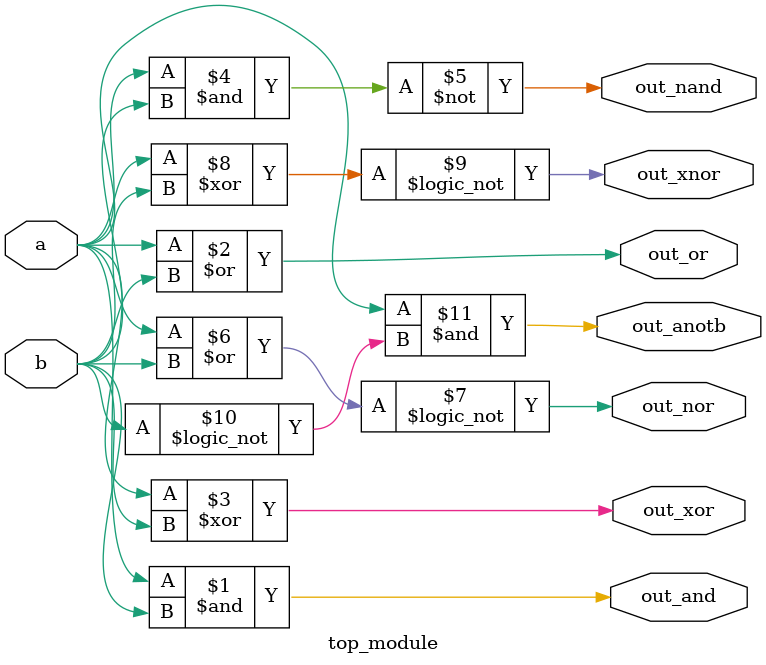
<source format=v>
module top_module( 
    input a, b,
    output out_and,
    output out_or,
    output out_xor,
    output out_nand,
    output out_nor,
    output out_xnor,
    output out_anotb
);
    assign out_and = a&b;
    assign out_or =  a|b;
    assign out_xor = a^b;
    assign out_nand = ~(a&b);
    assign out_nor = !(a|b);
    assign out_xnor = !(a^b);
    assign out_anotb = a&!b;
endmodule


</source>
